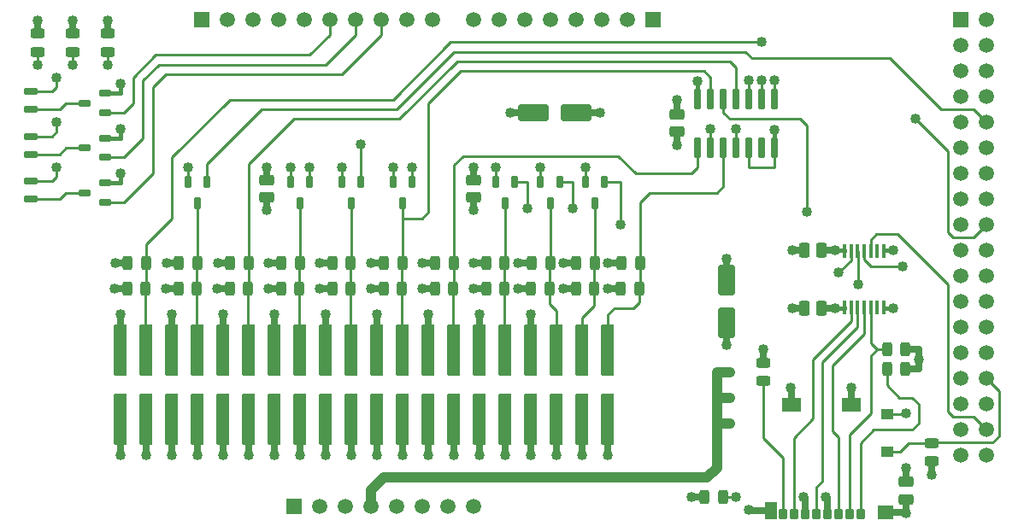
<source format=gtl>
G04 DipTrace 4.3.0.2*
G04 1 - Top.gbr*
%MOIN*%
G04 #@! TF.FileFunction,Copper,L1,Top*
G04 #@! TF.Part,Single*
%AMOUTLINE0*
4,1,28,
-0.011614,0.028937,
0.011614,0.028937,
0.014162,0.028602,
0.016535,0.027618,
0.018574,0.026054,
0.020138,0.024016,
0.021121,0.021642,
0.021457,0.019094,
0.021457,-0.019094,
0.021121,-0.021642,
0.020138,-0.024016,
0.018574,-0.026054,
0.016535,-0.027618,
0.014162,-0.028602,
0.011614,-0.028937,
-0.011614,-0.028937,
-0.014162,-0.028602,
-0.016535,-0.027618,
-0.018574,-0.026054,
-0.020138,-0.024016,
-0.021121,-0.021642,
-0.021457,-0.019094,
-0.021457,0.019094,
-0.021121,0.021642,
-0.020138,0.024016,
-0.018574,0.026054,
-0.016535,0.027618,
-0.014162,0.028602,
-0.011614,0.028937,
0*%
%AMOUTLINE3*
4,1,28,
0.011614,-0.028937,
-0.011614,-0.028937,
-0.014162,-0.028602,
-0.016535,-0.027618,
-0.018574,-0.026054,
-0.020138,-0.024016,
-0.021121,-0.021642,
-0.021457,-0.019094,
-0.021457,0.019094,
-0.021121,0.021642,
-0.020138,0.024016,
-0.018574,0.026054,
-0.016535,0.027618,
-0.014162,0.028602,
-0.011614,0.028937,
0.011614,0.028937,
0.014162,0.028602,
0.016535,0.027618,
0.018574,0.026054,
0.020138,0.024016,
0.021121,0.021642,
0.021457,0.019094,
0.021457,-0.019094,
0.021121,-0.021642,
0.020138,-0.024016,
0.018574,-0.026054,
0.016535,-0.027618,
0.014162,-0.028602,
0.011614,-0.028937,
0*%
%AMOUTLINE6*
4,1,28,
-0.028937,-0.011615,
-0.028937,0.011614,
-0.028602,0.014161,
-0.027619,0.016535,
-0.026055,0.018573,
-0.024016,0.020138,
-0.021642,0.021121,
-0.019095,0.021456,
0.019094,0.021457,
0.021642,0.021122,
0.024015,0.020138,
0.026054,0.018574,
0.027618,0.016536,
0.028601,0.014162,
0.028937,0.011615,
0.028937,-0.011614,
0.028602,-0.014161,
0.027619,-0.016535,
0.026055,-0.018573,
0.024016,-0.020138,
0.021642,-0.021121,
0.019095,-0.021456,
-0.019094,-0.021457,
-0.021642,-0.021122,
-0.024015,-0.020138,
-0.026054,-0.018574,
-0.027618,-0.016536,
-0.028601,-0.014162,
-0.028937,-0.011615,
0*%
%AMOUTLINE9*
4,1,28,
0.028937,0.011615,
0.028937,-0.011614,
0.028602,-0.014161,
0.027619,-0.016535,
0.026055,-0.018573,
0.024016,-0.020138,
0.021642,-0.021121,
0.019095,-0.021456,
-0.019094,-0.021457,
-0.021642,-0.021122,
-0.024015,-0.020138,
-0.026054,-0.018574,
-0.027618,-0.016536,
-0.028601,-0.014162,
-0.028937,-0.011615,
-0.028937,0.011614,
-0.028602,0.014161,
-0.027619,0.016535,
-0.026055,0.018573,
-0.024016,0.020138,
-0.021642,0.021121,
-0.019095,0.021456,
0.019094,0.021457,
0.021642,0.021122,
0.024015,0.020138,
0.026054,0.018574,
0.027618,0.016536,
0.028601,0.014162,
0.028937,0.011615,
0*%
%AMOUTLINE12*
4,1,28,
0.049213,-0.032087,
-0.049213,-0.032087,
-0.05176,-0.031751,
-0.054134,-0.030768,
-0.056172,-0.029204,
-0.057736,-0.027165,
-0.05872,-0.024792,
-0.059055,-0.022244,
-0.059055,0.022244,
-0.05872,0.024792,
-0.057736,0.027165,
-0.056172,0.029204,
-0.054134,0.030768,
-0.05176,0.031751,
-0.049213,0.032087,
0.049213,0.032087,
0.05176,0.031751,
0.054134,0.030768,
0.056172,0.029204,
0.057736,0.027165,
0.05872,0.024792,
0.059055,0.022244,
0.059055,-0.022244,
0.05872,-0.024792,
0.057736,-0.027165,
0.056172,-0.029204,
0.054134,-0.030768,
0.05176,-0.031751,
0.049213,-0.032087,
0*%
%AMOUTLINE15*
4,1,28,
-0.049213,0.032087,
0.049213,0.032087,
0.05176,0.031751,
0.054134,0.030768,
0.056172,0.029204,
0.057736,0.027165,
0.05872,0.024792,
0.059055,0.022244,
0.059055,-0.022244,
0.05872,-0.024792,
0.057736,-0.027165,
0.056172,-0.029204,
0.054134,-0.030768,
0.05176,-0.031751,
0.049213,-0.032087,
-0.049213,-0.032087,
-0.05176,-0.031751,
-0.054134,-0.030768,
-0.056172,-0.029204,
-0.057736,-0.027165,
-0.05872,-0.024792,
-0.059055,-0.022244,
-0.059055,0.022244,
-0.05872,0.024792,
-0.057736,0.027165,
-0.056172,0.029204,
-0.054134,0.030768,
-0.05176,0.031751,
-0.049213,0.032087,
0*%
%AMOUTLINE18*
4,1,28,
-0.032087,-0.049213,
-0.032087,0.049213,
-0.031751,0.05176,
-0.030768,0.054134,
-0.029204,0.056172,
-0.027165,0.057736,
-0.024792,0.05872,
-0.022244,0.059055,
0.022244,0.059055,
0.024792,0.05872,
0.027165,0.057736,
0.029204,0.056172,
0.030768,0.054134,
0.031751,0.05176,
0.032087,0.049213,
0.032087,-0.049213,
0.031751,-0.05176,
0.030768,-0.054134,
0.029204,-0.056172,
0.027165,-0.057736,
0.024792,-0.05872,
0.022244,-0.059055,
-0.022244,-0.059055,
-0.024792,-0.05872,
-0.027165,-0.057736,
-0.029204,-0.056172,
-0.030768,-0.054134,
-0.031751,-0.05176,
-0.032087,-0.049213,
0*%
%AMOUTLINE21*
4,1,28,
0.032087,0.049213,
0.032087,-0.049213,
0.031751,-0.05176,
0.030768,-0.054134,
0.029204,-0.056172,
0.027165,-0.057736,
0.024792,-0.05872,
0.022244,-0.059055,
-0.022244,-0.059055,
-0.024792,-0.05872,
-0.027165,-0.057736,
-0.029204,-0.056172,
-0.030768,-0.054134,
-0.031751,-0.05176,
-0.032087,-0.049213,
-0.032087,0.049213,
-0.031751,0.05176,
-0.030768,0.054134,
-0.029204,0.056172,
-0.027165,0.057736,
-0.024792,0.05872,
-0.022244,0.059055,
0.022244,0.059055,
0.024792,0.05872,
0.027165,0.057736,
0.029204,0.056172,
0.030768,0.054134,
0.031751,0.05176,
0.032087,0.049213,
0*%
%AMOUTLINE24*
4,1,28,
-0.025197,-0.00748,
-0.025197,0.00748,
-0.024942,0.009416,
-0.024195,0.01122,
-0.023006,0.01277,
-0.021457,0.013958,
-0.019653,0.014706,
-0.017717,0.014961,
0.017717,0.014961,
0.019653,0.014706,
0.021457,0.013958,
0.023006,0.01277,
0.024195,0.01122,
0.024942,0.009416,
0.025197,0.00748,
0.025197,-0.00748,
0.024942,-0.009416,
0.024195,-0.01122,
0.023006,-0.01277,
0.021457,-0.013958,
0.019653,-0.014706,
0.017717,-0.014961,
-0.017717,-0.014961,
-0.019653,-0.014706,
-0.021457,-0.013958,
-0.023006,-0.01277,
-0.024195,-0.01122,
-0.024942,-0.009416,
-0.025197,-0.00748,
0*%
%AMOUTLINE27*
4,1,28,
0.025197,0.00748,
0.025197,-0.00748,
0.024942,-0.009416,
0.024195,-0.01122,
0.023006,-0.01277,
0.021457,-0.013958,
0.019653,-0.014706,
0.017717,-0.014961,
-0.017717,-0.014961,
-0.019653,-0.014706,
-0.021457,-0.013958,
-0.023006,-0.01277,
-0.024195,-0.01122,
-0.024942,-0.009416,
-0.025197,-0.00748,
-0.025197,0.00748,
-0.024942,0.009416,
-0.024195,0.01122,
-0.023006,0.01277,
-0.021457,0.013958,
-0.019653,0.014706,
-0.017717,0.014961,
0.017717,0.014961,
0.019653,0.014706,
0.021457,0.013958,
0.023006,0.01277,
0.024195,0.01122,
0.024942,0.009416,
0.025197,0.00748,
0*%
%AMOUTLINE30*
4,1,28,
-0.02,0.1,
0.02,0.1,
0.021294,0.09983,
0.0225,0.09933,
0.023536,0.098536,
0.02433,0.0975,
0.02483,0.096294,
0.025,0.095,
0.025,-0.095,
0.02483,-0.096294,
0.02433,-0.0975,
0.023536,-0.098536,
0.0225,-0.09933,
0.021294,-0.09983,
0.02,-0.1,
-0.02,-0.1,
-0.021294,-0.09983,
-0.0225,-0.09933,
-0.023536,-0.098536,
-0.02433,-0.0975,
-0.02483,-0.096294,
-0.025,-0.095,
-0.025,0.095,
-0.02483,0.096294,
-0.02433,0.0975,
-0.023536,0.098536,
-0.0225,0.09933,
-0.021294,0.09983,
-0.02,0.1,
0*%
%AMOUTLINE33*
4,1,28,
0.02,-0.1,
-0.02,-0.1,
-0.021294,-0.09983,
-0.0225,-0.09933,
-0.023536,-0.098536,
-0.02433,-0.0975,
-0.02483,-0.096294,
-0.025,-0.095,
-0.025,0.095,
-0.02483,0.096294,
-0.02433,0.0975,
-0.023536,0.098536,
-0.0225,0.09933,
-0.021294,0.09983,
-0.02,0.1,
0.02,0.1,
0.021294,0.09983,
0.0225,0.09933,
0.023536,0.098536,
0.02433,0.0975,
0.02483,0.096294,
0.025,0.095,
0.025,-0.095,
0.02483,-0.096294,
0.02433,-0.0975,
0.023536,-0.098536,
0.0225,-0.09933,
0.021294,-0.09983,
0.02,-0.1,
0*%
%AMOUTLINE36*
4,1,28,
-0.008366,0.021654,
0.008366,0.021654,
0.010531,0.021368,
0.012549,0.020533,
0.014282,0.019203,
0.015611,0.01747,
0.016447,0.015453,
0.016732,0.013287,
0.016732,-0.013287,
0.016447,-0.015453,
0.015611,-0.01747,
0.014282,-0.019203,
0.012549,-0.020533,
0.010531,-0.021368,
0.008366,-0.021654,
-0.008366,-0.021654,
-0.010531,-0.021368,
-0.012549,-0.020533,
-0.014282,-0.019203,
-0.015611,-0.01747,
-0.016447,-0.015453,
-0.016732,-0.013287,
-0.016732,0.013287,
-0.016447,0.015453,
-0.015611,0.01747,
-0.014282,0.019203,
-0.012549,0.020533,
-0.010531,0.021368,
-0.008366,0.021654,
0*%
%AMOUTLINE39*
4,1,28,
0.005906,-0.023228,
-0.005906,-0.023228,
-0.007536,-0.023014,
-0.009055,-0.022384,
-0.01036,-0.021383,
-0.011361,-0.020079,
-0.01199,-0.018559,
-0.012205,-0.016929,
-0.012205,0.016929,
-0.01199,0.018559,
-0.011361,0.020079,
-0.01036,0.021383,
-0.009055,0.022384,
-0.007536,0.023014,
-0.005906,0.023228,
0.005906,0.023228,
0.007536,0.023014,
0.009055,0.022384,
0.01036,0.021383,
0.011361,0.020079,
0.01199,0.018559,
0.012205,0.016929,
0.012205,-0.016929,
0.01199,-0.018559,
0.011361,-0.020079,
0.01036,-0.021383,
0.009055,-0.022384,
0.007536,-0.023014,
0.005906,-0.023228,
0*%
%AMOUTLINE42*
4,1,28,
-0.005906,0.023228,
0.005906,0.023228,
0.007536,0.023014,
0.009055,0.022384,
0.01036,0.021383,
0.011361,0.020079,
0.01199,0.018559,
0.012205,0.016929,
0.012205,-0.016929,
0.01199,-0.018559,
0.011361,-0.020079,
0.01036,-0.021383,
0.009055,-0.022384,
0.007536,-0.023014,
0.005906,-0.023228,
-0.005906,-0.023228,
-0.007536,-0.023014,
-0.009055,-0.022384,
-0.01036,-0.021383,
-0.011361,-0.020079,
-0.01199,-0.018559,
-0.012205,-0.016929,
-0.012205,0.016929,
-0.01199,0.018559,
-0.011361,0.020079,
-0.01036,0.021383,
-0.009055,0.022384,
-0.007536,0.023014,
-0.005906,0.023228,
0*%
%AMOUTLINE45*
4,1,28,
-0.023228,-0.005906,
-0.023228,0.005906,
-0.023014,0.007536,
-0.022384,0.009055,
-0.021383,0.01036,
-0.020079,0.011361,
-0.018559,0.01199,
-0.016929,0.012205,
0.016929,0.012205,
0.018559,0.01199,
0.020079,0.011361,
0.021383,0.01036,
0.022384,0.009055,
0.023014,0.007536,
0.023228,0.005906,
0.023228,-0.005906,
0.023014,-0.007536,
0.022384,-0.009055,
0.021383,-0.01036,
0.020079,-0.011361,
0.018559,-0.01199,
0.016929,-0.012205,
-0.016929,-0.012205,
-0.018559,-0.01199,
-0.020079,-0.011361,
-0.021383,-0.01036,
-0.022384,-0.009055,
-0.023014,-0.007536,
-0.023228,-0.005906,
0*%
%AMOUTLINE48*
4,1,28,
0.023228,0.005906,
0.023228,-0.005906,
0.023014,-0.007536,
0.022384,-0.009055,
0.021383,-0.01036,
0.020079,-0.011361,
0.018559,-0.01199,
0.016929,-0.012205,
-0.016929,-0.012205,
-0.018559,-0.01199,
-0.020079,-0.011361,
-0.021383,-0.01036,
-0.022384,-0.009055,
-0.023014,-0.007536,
-0.023228,-0.005906,
-0.023228,0.005906,
-0.023014,0.007536,
-0.022384,0.009055,
-0.021383,0.01036,
-0.020079,0.011361,
-0.018559,0.01199,
-0.016929,0.012205,
0.016929,0.012205,
0.018559,0.01199,
0.020079,0.011361,
0.021383,0.01036,
0.022384,0.009055,
0.023014,0.007536,
0.023228,0.005906,
0*%
%AMOUTLINE51*
4,1,28,
0.009252,-0.027953,
-0.009252,-0.027953,
-0.011697,-0.027631,
-0.013976,-0.026687,
-0.015933,-0.025185,
-0.017435,-0.023228,
-0.018379,-0.020949,
-0.018701,-0.018504,
-0.018701,0.018504,
-0.018379,0.020949,
-0.017435,0.023228,
-0.015933,0.025185,
-0.013976,0.026687,
-0.011697,0.027631,
-0.009252,0.027953,
0.009252,0.027953,
0.011697,0.027631,
0.013976,0.026687,
0.015933,0.025185,
0.017435,0.023228,
0.018379,0.020949,
0.018701,0.018504,
0.018701,-0.018504,
0.018379,-0.020949,
0.017435,-0.023228,
0.015933,-0.025185,
0.013976,-0.026687,
0.011697,-0.027631,
0.009252,-0.027953,
0*%
%AMOUTLINE54*
4,1,28,
-0.009252,0.027953,
0.009252,0.027953,
0.011697,0.027631,
0.013976,0.026687,
0.015933,0.025185,
0.017435,0.023228,
0.018379,0.020949,
0.018701,0.018504,
0.018701,-0.018504,
0.018379,-0.020949,
0.017435,-0.023228,
0.015933,-0.025185,
0.013976,-0.026687,
0.011697,-0.027631,
0.009252,-0.027953,
-0.009252,-0.027953,
-0.011697,-0.027631,
-0.013976,-0.026687,
-0.015933,-0.025185,
-0.017435,-0.023228,
-0.018379,-0.020949,
-0.018701,-0.018504,
-0.018701,0.018504,
-0.018379,0.020949,
-0.017435,0.023228,
-0.015933,0.025185,
-0.013976,0.026687,
-0.011697,0.027631,
-0.009252,0.027953,
0*%
%AMOUTLINE57*
4,1,28,
-0.027953,-0.009252,
-0.027953,0.009251,
-0.027631,0.011697,
-0.026687,0.013976,
-0.025186,0.015933,
-0.023229,0.017434,
-0.02095,0.018378,
-0.018504,0.0187,
0.018504,0.018701,
0.020949,0.018379,
0.023228,0.017435,
0.025185,0.015934,
0.026687,0.013977,
0.027631,0.011698,
0.027953,0.009252,
0.027953,-0.009251,
0.027631,-0.011697,
0.026687,-0.013976,
0.025186,-0.015933,
0.023229,-0.017434,
0.02095,-0.018378,
0.018504,-0.0187,
-0.018504,-0.018701,
-0.020949,-0.018379,
-0.023228,-0.017435,
-0.025185,-0.015934,
-0.026687,-0.013977,
-0.027631,-0.011698,
-0.027953,-0.009252,
0*%
%AMOUTLINE60*
4,1,28,
0.027953,0.009252,
0.027953,-0.009251,
0.027631,-0.011697,
0.026687,-0.013976,
0.025186,-0.015933,
0.023229,-0.017434,
0.02095,-0.018378,
0.018504,-0.0187,
-0.018504,-0.018701,
-0.020949,-0.018379,
-0.023228,-0.017435,
-0.025185,-0.015934,
-0.026687,-0.013977,
-0.027631,-0.011698,
-0.027953,-0.009252,
-0.027953,0.009251,
-0.027631,0.011697,
-0.026687,0.013976,
-0.025186,0.015933,
-0.023229,0.017434,
-0.02095,0.018378,
-0.018504,0.0187,
0.018504,0.018701,
0.020949,0.018379,
0.023228,0.017435,
0.025185,0.015934,
0.026687,0.013977,
0.027631,0.011698,
0.027953,0.009252,
0*%
%AMOUTLINE63*
4,1,28,
-0.006299,0.040748,
0.006299,0.040748,
0.008031,0.04052,
0.009646,0.039851,
0.011032,0.038788,
0.012095,0.037402,
0.012764,0.035787,
0.012992,0.034055,
0.012992,-0.034055,
0.012764,-0.035787,
0.012095,-0.037402,
0.011032,-0.038788,
0.009646,-0.039851,
0.008031,-0.04052,
0.006299,-0.040748,
-0.006299,-0.040748,
-0.008031,-0.04052,
-0.009646,-0.039851,
-0.011032,-0.038788,
-0.012095,-0.037402,
-0.012764,-0.035787,
-0.012992,-0.034055,
-0.012992,0.034055,
-0.012764,0.035787,
-0.012095,0.037402,
-0.011032,0.038788,
-0.009646,0.039851,
-0.008031,0.04052,
-0.006299,0.040748,
0*%
%AMOUTLINE66*
4,1,28,
0.006299,-0.040748,
-0.006299,-0.040748,
-0.008031,-0.04052,
-0.009646,-0.039851,
-0.011032,-0.038788,
-0.012095,-0.037402,
-0.012764,-0.035787,
-0.012992,-0.034055,
-0.012992,0.034055,
-0.012764,0.035787,
-0.012095,0.037402,
-0.011032,0.038788,
-0.009646,0.039851,
-0.008031,0.04052,
-0.006299,0.040748,
0.006299,0.040748,
0.008031,0.04052,
0.009646,0.039851,
0.011032,0.038788,
0.012095,0.037402,
0.012764,0.035787,
0.012992,0.034055,
0.012992,-0.034055,
0.012764,-0.035787,
0.012095,-0.037402,
0.011032,-0.038788,
0.009646,-0.039851,
0.008031,-0.04052,
0.006299,-0.040748,
0*%
%AMOUTLINE69*
4,1,28,
-0.00374,0.026969,
0.00374,0.026969,
0.004759,0.026834,
0.005709,0.026441,
0.006524,0.025815,
0.00715,0.025,
0.007543,0.02405,
0.007677,0.023032,
0.007677,-0.023032,
0.007543,-0.02405,
0.00715,-0.025,
0.006524,-0.025815,
0.005709,-0.026441,
0.004759,-0.026834,
0.00374,-0.026969,
-0.00374,-0.026969,
-0.004759,-0.026834,
-0.005709,-0.026441,
-0.006524,-0.025815,
-0.00715,-0.025,
-0.007543,-0.02405,
-0.007677,-0.023032,
-0.007677,0.023032,
-0.007543,0.02405,
-0.00715,0.025,
-0.006524,0.025815,
-0.005709,0.026441,
-0.004759,0.026834,
-0.00374,0.026969,
0*%
%AMOUTLINE72*
4,1,28,
0.00374,-0.026969,
-0.00374,-0.026969,
-0.004759,-0.026834,
-0.005709,-0.026441,
-0.006524,-0.025815,
-0.00715,-0.025,
-0.007543,-0.02405,
-0.007677,-0.023032,
-0.007677,0.023032,
-0.007543,0.02405,
-0.00715,0.025,
-0.006524,0.025815,
-0.005709,0.026441,
-0.004759,0.026834,
-0.00374,0.026969,
0.00374,0.026969,
0.004759,0.026834,
0.005709,0.026441,
0.006524,0.025815,
0.00715,0.025,
0.007543,0.02405,
0.007677,0.023032,
0.007677,-0.023032,
0.007543,-0.02405,
0.00715,-0.025,
0.006524,-0.025815,
0.005709,-0.026441,
0.004759,-0.026834,
0.00374,-0.026969,
0*%
G04 #@! TA.AperFunction,Conductor*
%ADD10C,0.01*%
%ADD16C,0.025*%
%ADD17C,0.015*%
G04 #@! TA.AperFunction,ViaPad*
%ADD18C,0.04*%
%ADD21R,0.046063X0.070866*%
%ADD22R,0.061024X0.05315*%
%ADD23R,0.047244X0.03937*%
%ADD24R,0.074803X0.05315*%
G04 #@! TA.AperFunction,ComponentPad*
%ADD25R,0.059055X0.059055*%
%ADD27C,0.059055*%
%ADD50OUTLINE0*%
%ADD53OUTLINE3*%
%ADD56OUTLINE6*%
%ADD59OUTLINE9*%
%ADD62OUTLINE12*%
%ADD65OUTLINE15*%
%ADD68OUTLINE18*%
%ADD71OUTLINE21*%
%ADD74OUTLINE24*%
%ADD77OUTLINE27*%
%ADD80OUTLINE30*%
%ADD83OUTLINE33*%
%ADD86OUTLINE36*%
%ADD89OUTLINE39*%
%ADD92OUTLINE42*%
%ADD95OUTLINE45*%
%ADD98OUTLINE48*%
%ADD101OUTLINE51*%
%ADD104OUTLINE54*%
%ADD107OUTLINE57*%
%ADD110OUTLINE60*%
%ADD113OUTLINE63*%
%ADD116OUTLINE66*%
%ADD119OUTLINE69*%
%ADD122OUTLINE72*%
%FSLAX26Y26*%
G04*
G70*
G90*
G75*
G01*
G04 Top*
%LPD*%
X2787500Y817520D2*
D16*
Y731249D1*
X2931249Y661024D2*
Y712500D1*
X2931250D1*
X3486024Y637501D2*
X3537500D1*
Y675000D1*
X3248228Y876280D2*
D17*
Y875000D1*
X3212500D1*
X3401772Y1098720D2*
Y1100000D1*
X3437500D1*
X1400000Y100000D2*
D18*
Y162500D1*
X1450000Y212500D1*
X2712500D1*
X2750000Y250000D1*
Y425000D1*
X2800000D1*
X2750000D2*
Y525000D1*
X2800000D1*
X2750000D2*
Y625000D1*
X2800000D1*
X3486024Y712501D2*
D16*
X3537500D1*
Y675000D1*
X3487499Y196752D2*
Y250000D1*
X3487500D1*
X3179823Y71752D2*
Y132677D1*
X3175000Y137500D1*
X3159252Y875001D2*
X3212500D1*
Y875000D1*
X2975000Y1762500D2*
D10*
Y1690945D1*
X2875000D2*
Y1762500D1*
X365748Y1287598D2*
X437598D1*
X550000Y1400000D1*
Y1737500D1*
X600000Y1787500D1*
X1287500D1*
X1440000Y1940000D1*
Y2000000D1*
X365748Y1462598D2*
X437598D1*
X512500Y1537500D1*
Y1762500D1*
X575000Y1825000D1*
X1225000D1*
X1340000Y1940000D1*
Y2000000D1*
X365748Y1637598D2*
X437598D1*
X475000Y1675000D1*
Y1775000D1*
X562500Y1862500D1*
X1162500D1*
X1240000Y1940000D1*
Y2000000D1*
X1362500Y1512500D2*
X1362402Y1365748D1*
X762402D2*
Y1437402D1*
X975000Y1650000D1*
X1500000D1*
X1725000Y1875000D1*
X2862500D1*
X2887500Y1850000D1*
X3425000D1*
X3625000Y1650000D1*
X3750000D1*
X3800000Y1600000D1*
X2725000Y1575000D2*
Y1500000D1*
X1162500Y1425000D2*
X1162402Y1365748D1*
X1562500Y1425000D2*
X1562402Y1365748D1*
X3100000Y1250000D2*
Y1587500D1*
X3075000Y1612500D1*
X2800000D1*
X2775000Y1637500D1*
Y1690945D1*
X2187500Y1262500D2*
Y1365748D1*
X2137402D1*
X2012500Y1262500D2*
Y1365748D1*
X1962402D1*
X2375000Y1200000D2*
Y1365748D1*
X2312402D1*
X2825000Y1575000D2*
Y1500000D1*
X3525000Y1612500D2*
X3650000Y1487500D1*
Y1171213D1*
X3671213Y1150000D1*
X3750000D1*
X3800000Y1200000D1*
X3413484Y313878D2*
X3463878D1*
X3498524Y348524D1*
X3587498D1*
Y350000D1*
X3825000D1*
X3850000Y375000D1*
Y550000D1*
X3800000Y600000D1*
X3273819Y1098720D2*
Y1061319D1*
X3225000Y1012500D1*
X3325000Y1098720D2*
Y1062500D1*
X3350000Y1037500D1*
X3475000D1*
X3300000Y968749D2*
Y1098720D1*
X3350591D2*
Y1141287D1*
X3371803Y1162500D1*
X3456251D1*
X3650000Y968751D1*
Y471213D1*
X3671213Y450000D1*
X3750000D1*
X3800000Y400000D1*
X3223130Y71752D2*
Y370620D1*
X3200000Y393750D1*
Y650000D1*
X3325000Y775000D1*
Y876280D1*
X3049902Y71752D2*
Y368652D1*
X3125000Y443750D1*
Y675000D1*
X3273819Y823819D1*
Y876280D1*
X1287598Y1365748D2*
Y1425000D1*
X1287500D1*
X1087598Y1365748D2*
Y1425000D1*
X1087500D1*
X2975000Y1500000D2*
D17*
Y1570748D1*
X425000Y850000D2*
D16*
Y710000D1*
X625000Y850000D2*
Y710000D1*
X825000Y850000D2*
Y710000D1*
X1025000Y850000D2*
Y710000D1*
X1225000Y850000D2*
Y710000D1*
X1425000Y850000D2*
Y710000D1*
X1625000Y850000D2*
Y710000D1*
X1825000Y850000D2*
Y710000D1*
X1325000Y300000D2*
Y440000D1*
X1225000Y300000D2*
Y440000D1*
X1125000Y300000D2*
Y440000D1*
X1025000Y300000D2*
Y440000D1*
X925000Y300000D2*
Y440000D1*
X825000Y300000D2*
Y440000D1*
X725000Y300000D2*
Y440000D1*
X625000Y300000D2*
Y440000D1*
X525000Y300000D2*
Y440000D1*
X425000Y300000D2*
Y440000D1*
X2325000Y300000D2*
Y440000D1*
X2225000Y300000D2*
Y440000D1*
X2125000Y300000D2*
Y440000D1*
X2025000Y300000D2*
Y440000D1*
X1925000Y300000D2*
Y440000D1*
X1825000Y300000D2*
Y440000D1*
X1725000Y300000D2*
Y440000D1*
X1625000Y300000D2*
Y440000D1*
X1525000Y300000D2*
Y440000D1*
X1425000Y300000D2*
Y440000D1*
X2025000Y850000D2*
Y710000D1*
X1487598Y1365748D2*
D10*
Y1425000D1*
X1487500D1*
X1887598Y1365748D2*
Y1425000D1*
X1887500D1*
X2062598Y1365748D2*
Y1425000D1*
X2062500D1*
X687598Y1365748D2*
Y1425000D1*
X687500D1*
X2237598Y1365748D2*
Y1425000D1*
X2237500D1*
X1945984Y1637500D2*
D16*
X2035039D1*
X2787500Y1068749D2*
Y982480D1*
X3043751Y875000D2*
X3081741D1*
Y874999D1*
X3090748D1*
X993751Y1425000D2*
Y1375000D1*
X3043751Y1100000D2*
X3090748D1*
X2593749Y1511043D2*
X2593750Y1562500D1*
X401299Y950000D2*
X450000D1*
X1601299D2*
X1650000D1*
X601299D2*
X650000D1*
Y949999D1*
X801299Y950000D2*
X850000D1*
X1001299D2*
X1050000D1*
X1201299D2*
X1250000D1*
X1401299D2*
X1450000D1*
X1801299D2*
X1850000D1*
X1976299D2*
X2025000D1*
X2151299D2*
X2200000D1*
Y949999D1*
X2326299Y950000D2*
X2375000D1*
X3587500Y225000D2*
X3587502D1*
Y276476D1*
X2875000Y1500000D2*
D10*
Y1425000D1*
X2975000D1*
Y1500000D1*
X3401772Y876280D2*
D17*
Y875000D1*
X3437500D1*
X3040650Y497933D2*
D16*
Y559350D1*
X3037500Y562500D1*
X3275689Y497933D2*
Y561811D1*
X3275000Y562500D1*
X3406594Y76673D2*
X3485827D1*
X3487500Y75000D1*
X2960925Y85531D2*
X2876969D1*
X2875000Y87500D1*
X3093209Y71752D2*
Y131791D1*
X3087500Y137500D1*
X3487500Y75000D2*
X3487501Y128248D1*
X365748Y1712402D2*
D17*
X425000D1*
Y1750000D1*
X365748Y1537402D2*
X425000D1*
Y1575000D1*
X365748Y1362402D2*
X425000D1*
Y1400000D1*
X1800000Y1375001D2*
D16*
Y1425000D1*
X75000Y1369843D2*
D10*
X157343D1*
X175000Y1387500D1*
Y1425000D1*
X375001Y1825000D2*
Y1875000D1*
X100001D2*
Y1825000D1*
X175000Y1775000D2*
Y1737781D1*
X157062Y1719843D1*
X75000D1*
X237501Y1875000D2*
X237500Y1825000D1*
X175000Y1600000D2*
Y1562500D1*
X157343Y1544843D1*
X75000D1*
X284252Y1325000D2*
X212500D1*
X187657Y1300157D1*
X75000D1*
X284252Y1500000D2*
X212500D1*
X187657Y1475157D1*
X75000D1*
X284252Y1675000D2*
X212500D1*
X187657Y1650157D1*
X75000D1*
X2825000Y137500D2*
X2773525D1*
X2773524Y137501D1*
X3413484Y459547D2*
X3484547D1*
X3487500Y462500D1*
X3008563Y71752D2*
Y291437D1*
X2931251Y368749D1*
Y588976D1*
X3309744Y71752D2*
Y347244D1*
X3362500Y400000D1*
X3512500D1*
X3537500Y425000D1*
Y500000D1*
X3512500Y525000D1*
X3462500D1*
X3413976Y573524D1*
Y637499D1*
X2675000Y1500000D2*
Y1425000D1*
X2650000Y1400000D1*
X2433764D1*
X2366264Y1467500D1*
X1760000D1*
X1725000Y1432500D1*
Y1050001D1*
Y710000D2*
Y786551D1*
X1722047Y789504D1*
Y950000D1*
X1725000D1*
Y1050001D1*
X2272047Y950001D2*
Y884547D1*
X2225000Y837500D1*
Y710000D1*
X2275000Y1050001D2*
X2272047D1*
Y950001D1*
X2275000Y1050001D2*
Y1284252D1*
X1525000Y710000D2*
Y777323D1*
X1522047Y780276D1*
Y950000D1*
X1525000Y1050000D2*
Y1284252D1*
X1522047Y950000D2*
Y1050000D1*
X1525000D1*
Y1284252D2*
Y1225000D1*
X1600000D1*
X1625000Y1250000D1*
Y1675000D1*
X1750000Y1800000D1*
X2700000D1*
X2725000Y1775000D1*
Y1690945D1*
X2325000Y710000D2*
Y850000D1*
X2350000Y875000D1*
X2425000D1*
X2447047Y897047D1*
Y950000D1*
X2450000D1*
Y1050000D1*
X2775000Y1500000D2*
Y1350000D1*
X2750000Y1325000D1*
X2487500D1*
X2450000Y1287500D1*
Y1050000D1*
X1322047Y950000D2*
Y789504D1*
X1325000Y786551D1*
Y710000D1*
X1322047Y1050000D2*
Y950000D1*
Y1050000D2*
X1325000D1*
Y1284252D1*
X722047Y950001D2*
Y789504D1*
X725000Y786551D1*
Y710000D1*
Y1050000D2*
X722047D1*
Y950001D1*
X725000Y1050000D2*
Y1284252D1*
X922047Y950000D2*
Y789504D1*
X925000Y786551D1*
Y710000D1*
Y1050000D2*
Y950000D1*
X922047D1*
X2825000Y1690945D2*
Y1812500D1*
X2800000Y1837500D1*
X1737500D1*
X1512500Y1612500D1*
X1100000D1*
X925000Y1437500D1*
Y1050000D1*
X2097047Y950000D2*
Y890453D1*
X2125000Y862500D1*
Y710000D1*
X2100000Y1050001D2*
X2097047D1*
Y950000D1*
X2100000Y1050001D2*
Y1284252D1*
X522047Y950000D2*
Y789504D1*
X525000Y786551D1*
Y710000D1*
Y1050000D2*
Y950000D1*
X522047D1*
X2925000Y1762500D2*
Y1690945D1*
X525000Y1050000D2*
Y1125000D1*
X625000Y1225000D1*
Y1462500D1*
X850000Y1687500D1*
X1487500D1*
X1712500Y1912500D1*
X2925000D1*
X1925000Y710000D2*
Y786551D1*
X1922047Y789504D1*
Y950000D1*
Y1050000D1*
X1925000D1*
Y1284252D1*
X1125000Y710000D2*
Y786551D1*
X1122047Y789504D1*
Y950000D1*
Y1050000D1*
X1125000D1*
Y1284252D1*
X3136516Y71752D2*
Y174016D1*
X3162500Y200000D1*
Y662500D1*
X3299409Y799409D1*
Y876280D1*
X3266437Y71752D2*
Y378937D1*
X3350000Y462500D1*
Y687500D1*
X3374999Y712499D1*
X3413976D1*
X3375001D2*
X3350591Y736909D1*
Y876280D1*
X2675000Y1690945D2*
D17*
Y1761693D1*
X3248228Y1098720D2*
Y1100000D1*
X3212500D1*
X1052953Y1050000D2*
D16*
X1000000D1*
X2202953Y1049999D2*
Y1050000D1*
X2150000D1*
X1652953Y1049999D2*
Y1050000D1*
X1600000D1*
X1250000D2*
X1200000D1*
X1452953D2*
X1400000D1*
X2027953Y1049999D2*
Y1050000D1*
X1975000D1*
X2377953D2*
X2325000D1*
X1850000D2*
X1800000D1*
X2200000Y1637500D2*
X2293751D1*
X993751Y1306496D2*
Y1256249D1*
X2593749Y1631004D2*
Y1687500D1*
X652953Y1050000D2*
X604248D1*
X452953D2*
X404248D1*
X852953D2*
X804248D1*
X2701476Y137499D2*
X2650000D1*
Y137500D1*
X99999Y1947047D2*
Y1997047D1*
X100000D1*
X237499Y1947047D2*
Y1996024D1*
X237500D1*
X374999Y1947047D2*
Y1997047D1*
X375000D1*
X1800000Y1306497D2*
Y1256249D1*
X3159252Y1100000D2*
X3212500D1*
D18*
X175000Y1425000D3*
X375001Y1825000D3*
X100001D3*
X175000Y1775000D3*
X237500Y1825000D3*
X175000Y1600000D3*
X3437500Y875000D3*
X3037500Y562500D3*
X3087500Y137500D3*
X3487500Y75000D3*
X3175000Y137500D3*
X2787500Y731249D3*
X3437500Y1100000D3*
X2931250Y712500D3*
X3537500Y675000D3*
X3212500Y875000D3*
X3487500Y462500D3*
Y250000D3*
X2800000Y425000D3*
Y525000D3*
Y625000D3*
X2825000Y137500D3*
X100000Y1997047D3*
X237500Y1996024D3*
X375000Y1997047D3*
X425000Y1750000D3*
Y1575000D3*
Y1400000D3*
X1800000Y1425000D3*
Y1256249D3*
X3587500Y225000D3*
X1287500Y1425000D3*
X1087500D3*
X2975000Y1570748D3*
X425000Y850000D3*
X625000D3*
X825000D3*
X1025000D3*
X1225000D3*
X1425000D3*
X1625000D3*
X1825000D3*
X1325000Y300000D3*
X1225000D3*
X1125000D3*
X1025000D3*
X925000D3*
X825000D3*
X725000D3*
X625000D3*
X525000D3*
X425000D3*
X2325000D3*
X2675000Y1761693D3*
X2225000Y300000D3*
X3212500Y1100000D3*
X2125000Y300000D3*
X1000000Y1050000D3*
X2025000Y300000D3*
X2150000Y1050000D3*
X1925000Y300000D3*
X1600000Y1050000D3*
X1825000Y300000D3*
X1200000Y1050000D3*
X1725000Y300000D3*
X1400000Y1050000D3*
X1625000Y300000D3*
X1975000Y1050000D3*
X1525000Y300000D3*
X2325000Y1050000D3*
X1425000Y300000D3*
X1800000Y1050000D3*
X2025000Y850000D3*
X2293751Y1637500D3*
X1487500Y1425000D3*
X1887500D3*
X993751Y1256249D3*
X2062500Y1425000D3*
X2593749Y1687500D3*
X687500Y1425000D3*
X2237500D3*
X1945984Y1637500D3*
X604248Y1050000D3*
X2787500Y1068749D3*
X404248Y1050000D3*
X3043751Y875000D3*
X804248Y1050000D3*
X993751Y1425000D3*
X2825000Y1575000D3*
X2875000Y87500D3*
X3043751Y1100000D3*
X3275000Y562500D3*
X2593749Y1511043D3*
X2875000Y1762500D3*
X401299Y950000D3*
X1601299D3*
X601299D3*
X801299D3*
X1001299D3*
X1201299D3*
X3100000Y1250000D3*
X1401299Y950000D3*
X1801299D3*
X3300000Y968749D3*
X1976299Y950000D3*
X3475000Y1037500D3*
X2151299Y950000D3*
X3225000Y1012500D3*
X2326299Y950000D3*
X1362500Y1512500D3*
X1162500Y1425000D3*
X1562500D3*
X2187500Y1262500D3*
X2012500D3*
X2375000Y1200000D3*
X2975000Y1762500D3*
X2725000Y1575000D3*
X3525000Y1612500D3*
X2650000Y137500D3*
X2925000Y1762500D3*
Y1912500D3*
D50*
X3090748Y1100000D3*
D53*
X3159252D3*
D56*
X2593750Y1562500D3*
D59*
X2593749Y1631004D3*
X993751Y1375000D3*
D56*
Y1306496D3*
D62*
X2200000Y1637500D3*
D65*
X2035039D3*
D59*
X1800000Y1375001D3*
D56*
Y1306497D3*
D50*
X3090748Y874999D3*
D53*
X3159252Y875001D3*
D56*
X3487501Y128248D3*
D59*
X3487499Y196752D3*
D68*
X2787500Y817520D3*
D71*
Y982480D3*
D74*
X75000Y1300157D3*
D77*
Y1369843D3*
D74*
Y1475157D3*
D77*
Y1544843D3*
D74*
Y1650157D3*
D77*
Y1719843D3*
D80*
X425000Y440000D3*
X525000D3*
X625000D3*
X725000D3*
X825000D3*
X925000D3*
X1025000D3*
X1125000D3*
X1225000D3*
X1325000D3*
X1425000D3*
X1525000D3*
X1625000D3*
X1725000D3*
X1825000D3*
X1925000D3*
X2025000D3*
X2125000D3*
X2225000D3*
X2325000D3*
D83*
Y710000D3*
X2225000D3*
X2125000D3*
X2025000D3*
X1925000D3*
X1825000D3*
X1725000D3*
X1625000D3*
X1525000D3*
X1425000D3*
X1325000D3*
X1225000D3*
X1125000D3*
X1025000D3*
X925000D3*
X825000D3*
X725000D3*
X625000D3*
X525000D3*
X425000D3*
D86*
X3008563Y71752D3*
X3049902D3*
X3093209D3*
X3136516D3*
X3179823D3*
X3223130D3*
X3266437D3*
X3309744D3*
D21*
X2960925Y85531D3*
D22*
X3406594Y76673D3*
D23*
X3413484Y459547D3*
Y313878D3*
D24*
X3040650Y497933D3*
X3275689D3*
D25*
X1100000Y100000D3*
D27*
X1200000D3*
X1300000D3*
X1400000D3*
X1500000D3*
X1600000D3*
X1700000D3*
X1800000D3*
D25*
X2500000Y2000000D3*
D27*
X2400000D3*
X2300000D3*
X2200000D3*
X2100000D3*
X2000000D3*
X1900000D3*
X1800000D3*
D25*
X740000D3*
D27*
X840000D3*
X940000D3*
X1040000D3*
X1140000D3*
X1240000D3*
X1340000D3*
X1440000D3*
X1540000D3*
X1640000D3*
D25*
X3700000D3*
D27*
X3800000D3*
X3700000Y1900000D3*
X3800000D3*
X3700000Y1800000D3*
X3800000D3*
X3700000Y1700000D3*
X3800000D3*
X3700000Y1600000D3*
X3800000D3*
X3700000Y1500000D3*
X3800000D3*
X3700000Y1400000D3*
X3800000D3*
X3700000Y1300000D3*
X3800000D3*
X3700000Y1200000D3*
X3800000D3*
X3700000Y1100000D3*
X3800000D3*
X3700000Y1000000D3*
X3800000D3*
X3700000Y900000D3*
X3800000D3*
X3700000Y800000D3*
X3800000D3*
X3700000Y700000D3*
X3800000D3*
X3700000Y600000D3*
X3800000D3*
X3700000Y500000D3*
X3800000D3*
X3700000Y400000D3*
X3800000D3*
X3700000Y300000D3*
X3800000D3*
D89*
X2137402Y1365748D3*
X2062598D3*
D92*
X2100000Y1284252D3*
D89*
X2312402Y1365748D3*
X2237598D3*
D92*
X2275000Y1284252D3*
D89*
X1962402Y1365748D3*
X1887598D3*
D92*
X1925000Y1284252D3*
D89*
X1362402Y1365748D3*
X1287598D3*
D92*
X1325000Y1284252D3*
D89*
X1562402Y1365748D3*
X1487598D3*
D92*
X1525000Y1284252D3*
D89*
X1162402Y1365748D3*
X1087598D3*
D92*
X1125000Y1284252D3*
D89*
X762402Y1365748D3*
X687598D3*
D92*
X725000Y1284252D3*
D95*
X365748Y1287598D3*
Y1362402D3*
D98*
X284252Y1325000D3*
D95*
X365748Y1462598D3*
Y1537402D3*
D98*
X284252Y1500000D3*
D95*
X365748Y1637598D3*
Y1712402D3*
D98*
X284252Y1675000D3*
D101*
X2450000Y1050000D3*
D104*
X2377953D3*
X2375000Y950000D3*
D101*
X2447047D3*
X2275000Y1050001D3*
D104*
X2202953Y1049999D3*
X2200000Y949999D3*
D101*
X2272047Y950001D3*
X2100000Y1050001D3*
D104*
X2027953Y1049999D3*
X2025000Y950000D3*
D101*
X2097047D3*
X1922047Y1050000D3*
D104*
X1850000D3*
Y950000D3*
D101*
X1922047D3*
X1725000Y1050001D3*
D104*
X1652953Y1049999D3*
D101*
X1525000Y1050000D3*
D104*
X1452953D3*
X1450000Y950000D3*
D101*
X1522047D3*
X1322047Y1050000D3*
D104*
X1250000D3*
Y950000D3*
D101*
X1322047D3*
X1125000Y1050000D3*
D104*
X1052953D3*
X1050000Y950000D3*
D101*
X1122047D3*
X925000Y1050000D3*
D104*
X852953D3*
X850000Y950000D3*
D101*
X922047D3*
X725000Y1050000D3*
D104*
X652953D3*
X650000Y949999D3*
D101*
X722047Y950001D3*
X525000Y1050000D3*
D104*
X452953D3*
X450000Y950000D3*
D101*
X522047D3*
D104*
X1650000D3*
D101*
X1722047D3*
D107*
X375001Y1875000D3*
D110*
X374999Y1947047D3*
D107*
X237501Y1875000D3*
D110*
X237499Y1947047D3*
D107*
X100001Y1875000D3*
D110*
X99999Y1947047D3*
D104*
X3413976Y637499D3*
D101*
X3486024Y637501D3*
D107*
X2931251Y588976D3*
D110*
X2931249Y661024D3*
D107*
X3587502Y276476D3*
D110*
X3587498Y348524D3*
D101*
X2773524Y137501D3*
D104*
X2701476Y137499D3*
X3413976Y712499D3*
D101*
X3486024Y712501D3*
D113*
X2675000Y1500000D3*
X2725000D3*
X2775000D3*
X2825000D3*
X2875000D3*
X2925000D3*
X2975000D3*
D116*
Y1690945D3*
X2925000D3*
X2875000D3*
X2825000D3*
X2775000D3*
X2725000D3*
X2675000D3*
D119*
X3248228Y876280D3*
X3273819D3*
X3299409D3*
X3325000D3*
X3350591D3*
X3376181D3*
X3401772D3*
D122*
Y1098720D3*
X3376181D3*
X3350591D3*
X3325000D3*
X3299409D3*
X3273819D3*
X3248228D3*
M02*

</source>
